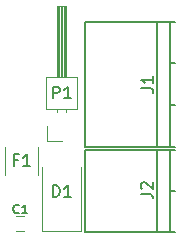
<source format=gbr>
G04 #@! TF.FileFunction,Legend,Top*
%FSLAX46Y46*%
G04 Gerber Fmt 4.6, Leading zero omitted, Abs format (unit mm)*
G04 Created by KiCad (PCBNEW 4.0.5+dfsg1-4) date Sat Aug  4 04:34:50 2018*
%MOMM*%
%LPD*%
G01*
G04 APERTURE LIST*
%ADD10C,0.100000*%
%ADD11C,0.120000*%
%ADD12C,0.150000*%
G04 APERTURE END LIST*
D10*
D11*
X127350000Y-107200000D02*
X128050000Y-107200000D01*
X128050000Y-108400000D02*
X127350000Y-108400000D01*
X129550000Y-108400000D02*
X132850000Y-108400000D01*
X132850000Y-108400000D02*
X132850000Y-103000000D01*
X129550000Y-108400000D02*
X129550000Y-103000000D01*
X126400000Y-101300000D02*
X126400000Y-103700000D01*
X129200000Y-101300000D02*
X129200000Y-103700000D01*
D12*
X140400000Y-105050000D02*
X140800000Y-105050000D01*
X139300000Y-108550000D02*
X139300000Y-101550000D01*
X140400000Y-108550000D02*
X140400000Y-101550000D01*
X133200000Y-108550000D02*
X140800000Y-108550000D01*
X140800000Y-101550000D02*
X133200000Y-101550000D01*
X133200000Y-101550000D02*
X133200000Y-108550000D01*
D11*
X129870000Y-98060000D02*
X132530000Y-98060000D01*
X132530000Y-98060000D02*
X132530000Y-95400000D01*
X132530000Y-95400000D02*
X129870000Y-95400000D01*
X129870000Y-95400000D02*
X129870000Y-98060000D01*
X130820000Y-95400000D02*
X130820000Y-89400000D01*
X130820000Y-89400000D02*
X131580000Y-89400000D01*
X131580000Y-89400000D02*
X131580000Y-95400000D01*
X130880000Y-95400000D02*
X130880000Y-89400000D01*
X131000000Y-95400000D02*
X131000000Y-89400000D01*
X131120000Y-95400000D02*
X131120000Y-89400000D01*
X131240000Y-95400000D02*
X131240000Y-89400000D01*
X131360000Y-95400000D02*
X131360000Y-89400000D01*
X131480000Y-95400000D02*
X131480000Y-89400000D01*
X130820000Y-98390000D02*
X130820000Y-98060000D01*
X131580000Y-98390000D02*
X131580000Y-98060000D01*
X131200000Y-100770000D02*
X129930000Y-100770000D01*
X129930000Y-100770000D02*
X129930000Y-99500000D01*
D12*
X140400000Y-97800000D02*
X140800000Y-97800000D01*
X140400000Y-94200000D02*
X140800000Y-94200000D01*
X139300000Y-101300000D02*
X139300000Y-90700000D01*
X140400000Y-101300000D02*
X140400000Y-90700000D01*
X133200000Y-101300000D02*
X140800000Y-101300000D01*
X140800000Y-90700000D02*
X133200000Y-90700000D01*
X133200000Y-90700000D02*
X133200000Y-101300000D01*
X127575000Y-106867857D02*
X127539286Y-106903571D01*
X127432143Y-106939286D01*
X127360714Y-106939286D01*
X127253571Y-106903571D01*
X127182143Y-106832143D01*
X127146428Y-106760714D01*
X127110714Y-106617857D01*
X127110714Y-106510714D01*
X127146428Y-106367857D01*
X127182143Y-106296429D01*
X127253571Y-106225000D01*
X127360714Y-106189286D01*
X127432143Y-106189286D01*
X127539286Y-106225000D01*
X127575000Y-106260714D01*
X128289286Y-106939286D02*
X127860714Y-106939286D01*
X128075000Y-106939286D02*
X128075000Y-106189286D01*
X128003571Y-106296429D01*
X127932143Y-106367857D01*
X127860714Y-106403571D01*
X130461905Y-105552381D02*
X130461905Y-104552381D01*
X130700000Y-104552381D01*
X130842858Y-104600000D01*
X130938096Y-104695238D01*
X130985715Y-104790476D01*
X131033334Y-104980952D01*
X131033334Y-105123810D01*
X130985715Y-105314286D01*
X130938096Y-105409524D01*
X130842858Y-105504762D01*
X130700000Y-105552381D01*
X130461905Y-105552381D01*
X131985715Y-105552381D02*
X131414286Y-105552381D01*
X131700000Y-105552381D02*
X131700000Y-104552381D01*
X131604762Y-104695238D01*
X131509524Y-104790476D01*
X131414286Y-104838095D01*
X127466667Y-102428571D02*
X127133333Y-102428571D01*
X127133333Y-102952381D02*
X127133333Y-101952381D01*
X127609524Y-101952381D01*
X128514286Y-102952381D02*
X127942857Y-102952381D01*
X128228571Y-102952381D02*
X128228571Y-101952381D01*
X128133333Y-102095238D01*
X128038095Y-102190476D01*
X127942857Y-102238095D01*
X137902381Y-105283333D02*
X138616667Y-105283333D01*
X138759524Y-105330953D01*
X138854762Y-105426191D01*
X138902381Y-105569048D01*
X138902381Y-105664286D01*
X137997619Y-104854762D02*
X137950000Y-104807143D01*
X137902381Y-104711905D01*
X137902381Y-104473809D01*
X137950000Y-104378571D01*
X137997619Y-104330952D01*
X138092857Y-104283333D01*
X138188095Y-104283333D01*
X138330952Y-104330952D01*
X138902381Y-104902381D01*
X138902381Y-104283333D01*
X130461905Y-97202381D02*
X130461905Y-96202381D01*
X130842858Y-96202381D01*
X130938096Y-96250000D01*
X130985715Y-96297619D01*
X131033334Y-96392857D01*
X131033334Y-96535714D01*
X130985715Y-96630952D01*
X130938096Y-96678571D01*
X130842858Y-96726190D01*
X130461905Y-96726190D01*
X131985715Y-97202381D02*
X131414286Y-97202381D01*
X131700000Y-97202381D02*
X131700000Y-96202381D01*
X131604762Y-96345238D01*
X131509524Y-96440476D01*
X131414286Y-96488095D01*
X137952381Y-96333333D02*
X138666667Y-96333333D01*
X138809524Y-96380953D01*
X138904762Y-96476191D01*
X138952381Y-96619048D01*
X138952381Y-96714286D01*
X138952381Y-95333333D02*
X138952381Y-95904762D01*
X138952381Y-95619048D02*
X137952381Y-95619048D01*
X138095238Y-95714286D01*
X138190476Y-95809524D01*
X138238095Y-95904762D01*
M02*

</source>
